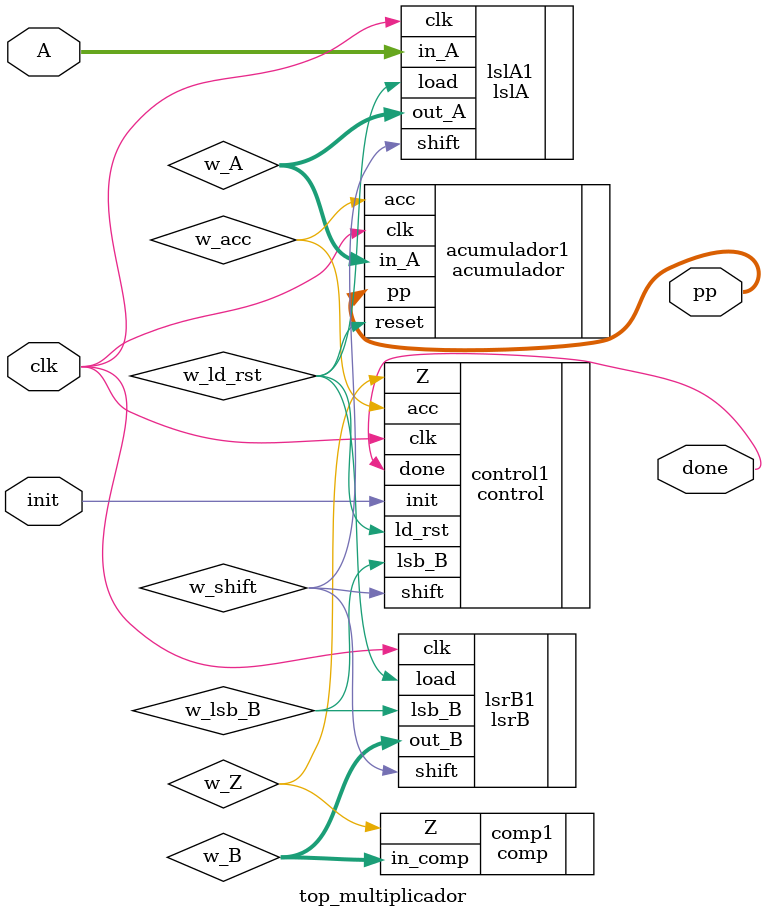
<source format=v>
module top_multiplicador(clk, init, A, pp, done);
	input clk;
	input init;
	input [6:0] A;
	output [10:0] pp;
	output done;
	wire [10:0] w_A;
	wire [4:0] w_B;
	wire w_acc;
	wire w_ld_rst;
	wire w_Z; 
	wire w_lsb_B;
	wire w_shift; 

	acumulador acumulador1 (.in_A(w_A), .clk(clk), .acc(w_acc), .reset(w_ld_rst), .pp(pp));
	comp comp1 (.in_comp(w_B), .Z(w_Z));
	lslA lslA1 (.in_A(A), .clk(clk), .load(w_ld_rst), .shift(w_shift), .out_A(w_A));
	lsrB lsrB1 (.clk(clk), .shift(w_shift), .load(w_ld_rst), .out_B(w_B), .lsb_B(w_lsb_B));
	control control1 (.clk(clk), .lsb_B(w_lsb_B), .init(init), .Z(w_Z), .ld_rst(w_ld_rst), .shift(w_shift), .acc(w_acc), .done(done));

endmodule

</source>
